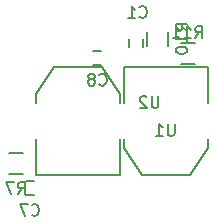
<source format=gbr>
G04 #@! TF.FileFunction,Legend,Bot*
%FSLAX46Y46*%
G04 Gerber Fmt 4.6, Leading zero omitted, Abs format (unit mm)*
G04 Created by KiCad (PCBNEW no-vcs-found-product) date Fr 04 Mär 2016 14:21:00 CET*
%MOMM*%
G01*
G04 APERTURE LIST*
%ADD10C,0.100000*%
%ADD11C,0.150000*%
G04 APERTURE END LIST*
D10*
D11*
X114855000Y-109628000D02*
X114855000Y-106580000D01*
X114855000Y-106580000D02*
X121967000Y-106580000D01*
X121967000Y-106580000D02*
X121967000Y-109628000D01*
X114855000Y-112676000D02*
X114855000Y-113438000D01*
X114855000Y-113438000D02*
X116379000Y-115724000D01*
X116379000Y-115724000D02*
X120443000Y-115724000D01*
X120443000Y-115724000D02*
X121967000Y-113438000D01*
X121967000Y-113438000D02*
X121967000Y-112676000D01*
X114581000Y-112676000D02*
X114581000Y-115724000D01*
X114581000Y-115724000D02*
X107469000Y-115724000D01*
X107469000Y-115724000D02*
X107469000Y-112676000D01*
X114581000Y-109628000D02*
X114581000Y-108866000D01*
X114581000Y-108866000D02*
X113057000Y-106580000D01*
X113057000Y-106580000D02*
X108993000Y-106580000D01*
X108993000Y-106580000D02*
X107469000Y-108866000D01*
X107469000Y-108866000D02*
X107469000Y-109628000D01*
X115300000Y-104200000D02*
X115300000Y-104900000D01*
X116500000Y-104900000D02*
X116500000Y-104200000D01*
X106550000Y-117400000D02*
X107250000Y-117400000D01*
X107250000Y-116200000D02*
X106550000Y-116200000D01*
X112275000Y-106375000D02*
X112975000Y-106375000D01*
X112975000Y-105175000D02*
X112275000Y-105175000D01*
X106325000Y-113875000D02*
X105125000Y-113875000D01*
X105125000Y-115625000D02*
X106325000Y-115625000D01*
X116825000Y-103550000D02*
X116825000Y-104750000D01*
X118575000Y-104750000D02*
X118575000Y-103550000D01*
X120875000Y-104525000D02*
X119675000Y-104525000D01*
X119675000Y-106275000D02*
X120875000Y-106275000D01*
X119172905Y-111366381D02*
X119172905Y-112175905D01*
X119125286Y-112271143D01*
X119077667Y-112318762D01*
X118982429Y-112366381D01*
X118791952Y-112366381D01*
X118696714Y-112318762D01*
X118649095Y-112271143D01*
X118601476Y-112175905D01*
X118601476Y-111366381D01*
X117601476Y-112366381D02*
X118172905Y-112366381D01*
X117887191Y-112366381D02*
X117887191Y-111366381D01*
X117982429Y-111509238D01*
X118077667Y-111604476D01*
X118172905Y-111652095D01*
X117786905Y-109004381D02*
X117786905Y-109813905D01*
X117739286Y-109909143D01*
X117691667Y-109956762D01*
X117596429Y-110004381D01*
X117405952Y-110004381D01*
X117310714Y-109956762D01*
X117263095Y-109909143D01*
X117215476Y-109813905D01*
X117215476Y-109004381D01*
X116786905Y-109099619D02*
X116739286Y-109052000D01*
X116644048Y-109004381D01*
X116405952Y-109004381D01*
X116310714Y-109052000D01*
X116263095Y-109099619D01*
X116215476Y-109194857D01*
X116215476Y-109290095D01*
X116263095Y-109432952D01*
X116834524Y-110004381D01*
X116215476Y-110004381D01*
X116191666Y-102307143D02*
X116239285Y-102354762D01*
X116382142Y-102402381D01*
X116477380Y-102402381D01*
X116620238Y-102354762D01*
X116715476Y-102259524D01*
X116763095Y-102164286D01*
X116810714Y-101973810D01*
X116810714Y-101830952D01*
X116763095Y-101640476D01*
X116715476Y-101545238D01*
X116620238Y-101450000D01*
X116477380Y-101402381D01*
X116382142Y-101402381D01*
X116239285Y-101450000D01*
X116191666Y-101497619D01*
X115239285Y-102402381D02*
X115810714Y-102402381D01*
X115525000Y-102402381D02*
X115525000Y-101402381D01*
X115620238Y-101545238D01*
X115715476Y-101640476D01*
X115810714Y-101688095D01*
X107066666Y-119057143D02*
X107114285Y-119104762D01*
X107257142Y-119152381D01*
X107352380Y-119152381D01*
X107495238Y-119104762D01*
X107590476Y-119009524D01*
X107638095Y-118914286D01*
X107685714Y-118723810D01*
X107685714Y-118580952D01*
X107638095Y-118390476D01*
X107590476Y-118295238D01*
X107495238Y-118200000D01*
X107352380Y-118152381D01*
X107257142Y-118152381D01*
X107114285Y-118200000D01*
X107066666Y-118247619D01*
X106733333Y-118152381D02*
X106066666Y-118152381D01*
X106495238Y-119152381D01*
X112791666Y-108032143D02*
X112839285Y-108079762D01*
X112982142Y-108127381D01*
X113077380Y-108127381D01*
X113220238Y-108079762D01*
X113315476Y-107984524D01*
X113363095Y-107889286D01*
X113410714Y-107698810D01*
X113410714Y-107555952D01*
X113363095Y-107365476D01*
X113315476Y-107270238D01*
X113220238Y-107175000D01*
X113077380Y-107127381D01*
X112982142Y-107127381D01*
X112839285Y-107175000D01*
X112791666Y-107222619D01*
X112220238Y-107555952D02*
X112315476Y-107508333D01*
X112363095Y-107460714D01*
X112410714Y-107365476D01*
X112410714Y-107317857D01*
X112363095Y-107222619D01*
X112315476Y-107175000D01*
X112220238Y-107127381D01*
X112029761Y-107127381D01*
X111934523Y-107175000D01*
X111886904Y-107222619D01*
X111839285Y-107317857D01*
X111839285Y-107365476D01*
X111886904Y-107460714D01*
X111934523Y-107508333D01*
X112029761Y-107555952D01*
X112220238Y-107555952D01*
X112315476Y-107603571D01*
X112363095Y-107651190D01*
X112410714Y-107746429D01*
X112410714Y-107936905D01*
X112363095Y-108032143D01*
X112315476Y-108079762D01*
X112220238Y-108127381D01*
X112029761Y-108127381D01*
X111934523Y-108079762D01*
X111886904Y-108032143D01*
X111839285Y-107936905D01*
X111839285Y-107746429D01*
X111886904Y-107651190D01*
X111934523Y-107603571D01*
X112029761Y-107555952D01*
X105891666Y-117302381D02*
X106225000Y-116826190D01*
X106463095Y-117302381D02*
X106463095Y-116302381D01*
X106082142Y-116302381D01*
X105986904Y-116350000D01*
X105939285Y-116397619D01*
X105891666Y-116492857D01*
X105891666Y-116635714D01*
X105939285Y-116730952D01*
X105986904Y-116778571D01*
X106082142Y-116826190D01*
X106463095Y-116826190D01*
X105558333Y-116302381D02*
X104891666Y-116302381D01*
X105320238Y-117302381D01*
X120252381Y-103507143D02*
X119776190Y-103173809D01*
X120252381Y-102935714D02*
X119252381Y-102935714D01*
X119252381Y-103316667D01*
X119300000Y-103411905D01*
X119347619Y-103459524D01*
X119442857Y-103507143D01*
X119585714Y-103507143D01*
X119680952Y-103459524D01*
X119728571Y-103411905D01*
X119776190Y-103316667D01*
X119776190Y-102935714D01*
X120252381Y-104459524D02*
X120252381Y-103888095D01*
X120252381Y-104173809D02*
X119252381Y-104173809D01*
X119395238Y-104078571D01*
X119490476Y-103983333D01*
X119538095Y-103888095D01*
X119252381Y-105078571D02*
X119252381Y-105173810D01*
X119300000Y-105269048D01*
X119347619Y-105316667D01*
X119442857Y-105364286D01*
X119633333Y-105411905D01*
X119871429Y-105411905D01*
X120061905Y-105364286D01*
X120157143Y-105316667D01*
X120204762Y-105269048D01*
X120252381Y-105173810D01*
X120252381Y-105078571D01*
X120204762Y-104983333D01*
X120157143Y-104935714D01*
X120061905Y-104888095D01*
X119871429Y-104840476D01*
X119633333Y-104840476D01*
X119442857Y-104888095D01*
X119347619Y-104935714D01*
X119300000Y-104983333D01*
X119252381Y-105078571D01*
X120917857Y-104102381D02*
X121251191Y-103626190D01*
X121489286Y-104102381D02*
X121489286Y-103102381D01*
X121108333Y-103102381D01*
X121013095Y-103150000D01*
X120965476Y-103197619D01*
X120917857Y-103292857D01*
X120917857Y-103435714D01*
X120965476Y-103530952D01*
X121013095Y-103578571D01*
X121108333Y-103626190D01*
X121489286Y-103626190D01*
X119965476Y-104102381D02*
X120536905Y-104102381D01*
X120251191Y-104102381D02*
X120251191Y-103102381D01*
X120346429Y-103245238D01*
X120441667Y-103340476D01*
X120536905Y-103388095D01*
X119013095Y-104102381D02*
X119584524Y-104102381D01*
X119298810Y-104102381D02*
X119298810Y-103102381D01*
X119394048Y-103245238D01*
X119489286Y-103340476D01*
X119584524Y-103388095D01*
M02*

</source>
